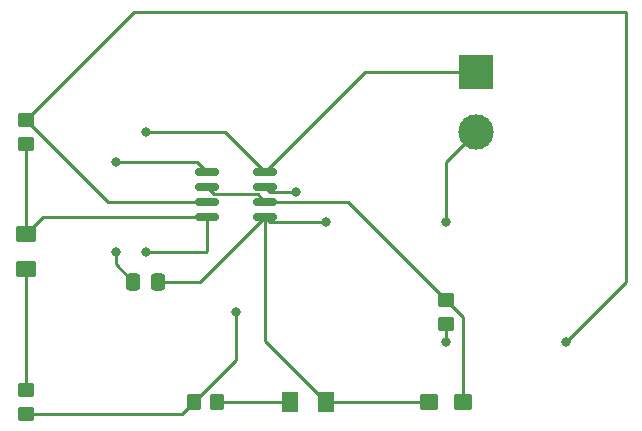
<source format=gbr>
%TF.GenerationSoftware,KiCad,Pcbnew,(6.0.10-0)*%
%TF.CreationDate,2023-02-17T09:30:26-08:00*%
%TF.ProjectId,Exercise 2,45786572-6369-4736-9520-322e6b696361,rev?*%
%TF.SameCoordinates,Original*%
%TF.FileFunction,Copper,L1,Top*%
%TF.FilePolarity,Positive*%
%FSLAX46Y46*%
G04 Gerber Fmt 4.6, Leading zero omitted, Abs format (unit mm)*
G04 Created by KiCad (PCBNEW (6.0.10-0)) date 2023-02-17 09:30:26*
%MOMM*%
%LPD*%
G01*
G04 APERTURE LIST*
G04 Aperture macros list*
%AMRoundRect*
0 Rectangle with rounded corners*
0 $1 Rounding radius*
0 $2 $3 $4 $5 $6 $7 $8 $9 X,Y pos of 4 corners*
0 Add a 4 corners polygon primitive as box body*
4,1,4,$2,$3,$4,$5,$6,$7,$8,$9,$2,$3,0*
0 Add four circle primitives for the rounded corners*
1,1,$1+$1,$2,$3*
1,1,$1+$1,$4,$5*
1,1,$1+$1,$6,$7*
1,1,$1+$1,$8,$9*
0 Add four rect primitives between the rounded corners*
20,1,$1+$1,$2,$3,$4,$5,0*
20,1,$1+$1,$4,$5,$6,$7,0*
20,1,$1+$1,$6,$7,$8,$9,0*
20,1,$1+$1,$8,$9,$2,$3,0*%
G04 Aperture macros list end*
%TA.AperFunction,ComponentPad*%
%ADD10R,3.000000X3.000000*%
%TD*%
%TA.AperFunction,ComponentPad*%
%ADD11C,3.000000*%
%TD*%
%TA.AperFunction,SMDPad,CuDef*%
%ADD12RoundRect,0.250000X-0.450000X0.350000X-0.450000X-0.350000X0.450000X-0.350000X0.450000X0.350000X0*%
%TD*%
%TA.AperFunction,SMDPad,CuDef*%
%ADD13RoundRect,0.250001X0.624999X-0.462499X0.624999X0.462499X-0.624999X0.462499X-0.624999X-0.462499X0*%
%TD*%
%TA.AperFunction,SMDPad,CuDef*%
%ADD14RoundRect,0.250000X0.450000X-0.350000X0.450000X0.350000X-0.450000X0.350000X-0.450000X-0.350000X0*%
%TD*%
%TA.AperFunction,SMDPad,CuDef*%
%ADD15RoundRect,0.250000X-0.350000X-0.450000X0.350000X-0.450000X0.350000X0.450000X-0.350000X0.450000X0*%
%TD*%
%TA.AperFunction,SMDPad,CuDef*%
%ADD16RoundRect,0.250001X0.462499X0.624999X-0.462499X0.624999X-0.462499X-0.624999X0.462499X-0.624999X0*%
%TD*%
%TA.AperFunction,SMDPad,CuDef*%
%ADD17RoundRect,0.150000X0.825000X0.150000X-0.825000X0.150000X-0.825000X-0.150000X0.825000X-0.150000X0*%
%TD*%
%TA.AperFunction,SMDPad,CuDef*%
%ADD18RoundRect,0.250000X0.537500X0.425000X-0.537500X0.425000X-0.537500X-0.425000X0.537500X-0.425000X0*%
%TD*%
%TA.AperFunction,SMDPad,CuDef*%
%ADD19RoundRect,0.250000X-0.337500X-0.475000X0.337500X-0.475000X0.337500X0.475000X-0.337500X0.475000X0*%
%TD*%
%TA.AperFunction,ViaPad*%
%ADD20C,0.800000*%
%TD*%
%TA.AperFunction,Conductor*%
%ADD21C,0.250000*%
%TD*%
G04 APERTURE END LIST*
D10*
%TO.P,J1,1,Pin_1*%
%TO.N,+9V*%
X170180000Y-48260000D03*
D11*
%TO.P,J1,2,Pin_2*%
%TO.N,GND*%
X170180000Y-53340000D03*
%TD*%
D12*
%TO.P,R3,1*%
%TO.N,Net-(D1-Pad1)*%
X132080000Y-75200000D03*
%TO.P,R3,2*%
%TO.N,/pin_3*%
X132080000Y-77200000D03*
%TD*%
D13*
%TO.P,D1,1,K*%
%TO.N,Net-(D1-Pad1)*%
X132080000Y-64987500D03*
%TO.P,D1,2,A*%
%TO.N,+9V*%
X132080000Y-62012500D03*
%TD*%
D14*
%TO.P,R1,1*%
%TO.N,+9V*%
X132080000Y-54340000D03*
%TO.P,R1,2*%
%TO.N,/pin_7*%
X132080000Y-52340000D03*
%TD*%
D15*
%TO.P,R4,1*%
%TO.N,/pin_3*%
X146320000Y-76200000D03*
%TO.P,R4,2*%
%TO.N,Net-(D2-Pad2)*%
X148320000Y-76200000D03*
%TD*%
D16*
%TO.P,D2,1,K*%
%TO.N,GND*%
X157480000Y-76200000D03*
%TO.P,D2,2,A*%
%TO.N,Net-(D2-Pad2)*%
X154505000Y-76200000D03*
%TD*%
D17*
%TO.P,U1,1,GND*%
%TO.N,GND*%
X152365000Y-60545000D03*
%TO.P,U1,2,TR*%
%TO.N,/pin_2*%
X152365000Y-59275000D03*
%TO.P,U1,3,Q*%
%TO.N,/pin_3*%
X152365000Y-58005000D03*
%TO.P,U1,4,R*%
%TO.N,+9V*%
X152365000Y-56735000D03*
%TO.P,U1,5,CV*%
%TO.N,Net-(C2-Pad1)*%
X147415000Y-56735000D03*
%TO.P,U1,6,THR*%
%TO.N,/pin_2*%
X147415000Y-58005000D03*
%TO.P,U1,7,DIS*%
%TO.N,/pin_7*%
X147415000Y-59275000D03*
%TO.P,U1,8,VCC*%
%TO.N,+9V*%
X147415000Y-60545000D03*
%TD*%
D18*
%TO.P,C1,1*%
%TO.N,/pin_2*%
X169077500Y-76200000D03*
%TO.P,C1,2*%
%TO.N,GND*%
X166202500Y-76200000D03*
%TD*%
D19*
%TO.P,C2,1*%
%TO.N,Net-(C2-Pad1)*%
X141202500Y-66040000D03*
%TO.P,C2,2*%
%TO.N,GND*%
X143277500Y-66040000D03*
%TD*%
D14*
%TO.P,R2,1*%
%TO.N,/pin_7*%
X167640000Y-69580000D03*
%TO.P,R2,2*%
%TO.N,/pin_2*%
X167640000Y-67580000D03*
%TD*%
D20*
%TO.N,GND*%
X157480000Y-60960000D03*
X167640000Y-60960000D03*
%TO.N,Net-(C2-Pad1)*%
X139700000Y-63500000D03*
X139700000Y-55880000D03*
%TO.N,+9V*%
X142240000Y-63500000D03*
X142240000Y-53340000D03*
%TO.N,/pin_7*%
X177800000Y-71120000D03*
X167640000Y-71120000D03*
%TO.N,/pin_3*%
X149860000Y-68580000D03*
X154940000Y-58420000D03*
%TD*%
D21*
%TO.N,/pin_2*%
X159335000Y-59275000D02*
X152365000Y-59275000D01*
X148040000Y-58630000D02*
X151720000Y-58630000D01*
X151720000Y-58630000D02*
X152365000Y-59275000D01*
X147415000Y-58005000D02*
X148040000Y-58630000D01*
X169077500Y-76200000D02*
X169077500Y-69017500D01*
X167640000Y-67580000D02*
X159335000Y-59275000D01*
X169077500Y-69017500D02*
X167640000Y-67580000D01*
%TO.N,GND*%
X152365000Y-71085000D02*
X157480000Y-76200000D01*
X146870000Y-66040000D02*
X152365000Y-60545000D01*
X143277500Y-66040000D02*
X146870000Y-66040000D01*
X157480000Y-76200000D02*
X166202500Y-76200000D01*
X152365000Y-60545000D02*
X152365000Y-71085000D01*
X167640000Y-55880000D02*
X167640000Y-60960000D01*
X170180000Y-53340000D02*
X167640000Y-55880000D01*
X157480000Y-60960000D02*
X152780000Y-60960000D01*
X152780000Y-60960000D02*
X152365000Y-60545000D01*
%TO.N,Net-(C2-Pad1)*%
X139700000Y-55880000D02*
X146560000Y-55880000D01*
X146560000Y-55880000D02*
X147415000Y-56735000D01*
X139700000Y-64537500D02*
X139700000Y-63500000D01*
X141202500Y-66040000D02*
X139700000Y-64537500D01*
%TO.N,Net-(D1-Pad1)*%
X132080000Y-64987500D02*
X132080000Y-75200000D01*
%TO.N,+9V*%
X148970000Y-53340000D02*
X152365000Y-56735000D01*
X132080000Y-54340000D02*
X132080000Y-62012500D01*
X147415000Y-63405000D02*
X147320000Y-63500000D01*
X160840000Y-48260000D02*
X152365000Y-56735000D01*
X147320000Y-63500000D02*
X142240000Y-63500000D01*
X170180000Y-48260000D02*
X160840000Y-48260000D01*
X147415000Y-60545000D02*
X147415000Y-63405000D01*
X132080000Y-62012500D02*
X133547500Y-60545000D01*
X142240000Y-53340000D02*
X148970000Y-53340000D01*
X133547500Y-60545000D02*
X147415000Y-60545000D01*
%TO.N,Net-(D2-Pad2)*%
X148320000Y-76200000D02*
X154505000Y-76200000D01*
%TO.N,/pin_7*%
X139015000Y-59275000D02*
X147415000Y-59275000D01*
X141240000Y-43180000D02*
X182880000Y-43180000D01*
X132080000Y-52340000D02*
X141240000Y-43180000D01*
X167640000Y-71120000D02*
X167640000Y-69580000D01*
X182880000Y-66040000D02*
X177800000Y-71120000D01*
X182880000Y-43180000D02*
X182880000Y-66040000D01*
X132080000Y-52340000D02*
X139015000Y-59275000D01*
%TO.N,/pin_3*%
X146320000Y-76200000D02*
X149860000Y-72660000D01*
X149860000Y-72660000D02*
X149860000Y-68580000D01*
X145320000Y-77200000D02*
X146320000Y-76200000D01*
X154940000Y-58420000D02*
X152780000Y-58420000D01*
X152780000Y-58420000D02*
X152365000Y-58005000D01*
X132080000Y-77200000D02*
X145320000Y-77200000D01*
%TD*%
M02*

</source>
